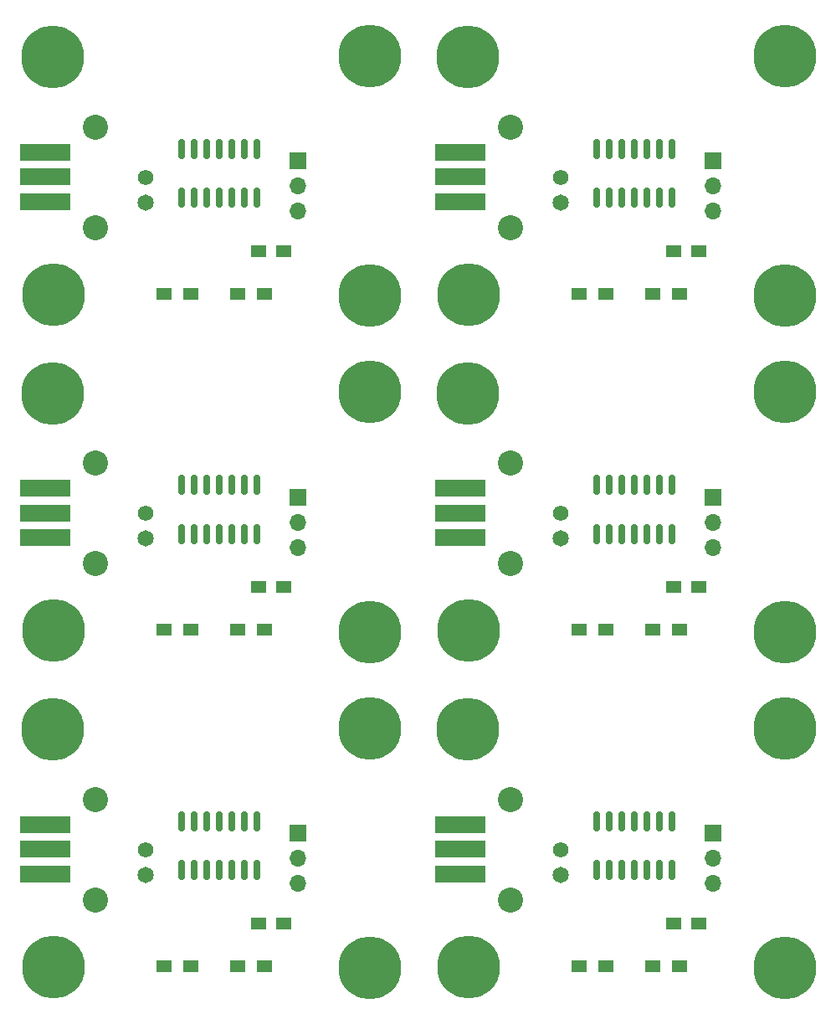
<source format=gts>
%MOIN*%
%OFA0B0*%
%FSLAX46Y46*%
%IPPOS*%
%LPD*%
%AMRoundRect*
4,1,4,
0.07874015748031496,0.11811023622047245,
0.15748031496062992,0.19685039370078741,
0.23622047244094491,0.27559055118110237,
0.31496062992125984,0.35433070866141736,
0.07874015748031496,0.11811023622047245,
0*
1,1,$1,$2,$3*
1,1,$1,$2,$3*
1,1,$1,$2,$3*
1,1,$1,$2,$3*
20,1,$1,$2,$3,$4,$5,0*
20,1,$1,$2,$3,$4,$5,0*
20,1,$1,$2,$3,$4,$5,0*
20,1,$1,$2,$3,$4,$5,0*%
%AMCOMP2*
4,1,3,
-0.005905511811023622,0.032480314960629919,
-0.005905511811023622,-0.032480314960629919,
0.005905511811023622,-0.032480314960629919,
0.005905511811023622,0.032480314960629919,
0*
4,1,19,
-0.005905511811023622,0.038385826771653545,
-0.00408060830093535,0.038096790450561926,
-0.0024343390612649222,0.037257974376230005,
-0.0011278523954235389,0.03595148771038862,
-0.00028903632109161348,0.034305218470718192,
0,0.032480314960629919,
-0.00028903632109161234,0.03065541145054165,
-0.0011278523954235389,0.029009142210871225,
-0.0024343390612649217,0.02770265554502984,
-0.00408060830093535,0.026863839470697915,
-0.0059055118110236211,0.026574803149606297,
-0.0077304153211118958,0.026863839470697915,
-0.0093766845607823213,0.027702655545029837,
-0.010683171226623704,0.029009142210871218,
-0.011521987300955629,0.03065541145054165,
-0.011811023622047244,0.032480314960629919,
-0.011521987300955631,0.034305218470718192,
-0.010683171226623706,0.03595148771038862,
-0.0093766845607823231,0.037257974376230005,
-0.0077304153211118958,0.038096790450561926,
0*
4,1,19,
-0.005905511811023622,-0.026574803149606297,
-0.00408060830093535,-0.026863839470697915,
-0.0024343390612649222,-0.027702655545029837,
-0.0011278523954235389,-0.029009142210871225,
-0.00028903632109161348,-0.03065541145054165,
0,-0.032480314960629919,
-0.00028903632109161234,-0.034305218470718192,
-0.0011278523954235389,-0.03595148771038862,
-0.0024343390612649217,-0.037257974376230005,
-0.00408060830093535,-0.038096790450561926,
-0.0059055118110236211,-0.038385826771653545,
-0.0077304153211118958,-0.038096790450561926,
-0.0093766845607823213,-0.037257974376230005,
-0.010683171226623704,-0.03595148771038862,
-0.011521987300955629,-0.034305218470718192,
-0.011811023622047244,-0.032480314960629919,
-0.011521987300955631,-0.03065541145054165,
-0.010683171226623706,-0.029009142210871225,
-0.0093766845607823231,-0.02770265554502984,
-0.0077304153211118958,-0.026863839470697915,
0*
4,1,19,
0.005905511811023622,-0.026574803149606297,
0.0077304153211118949,-0.026863839470697915,
0.0093766845607823213,-0.027702655545029837,
0.010683171226623704,-0.029009142210871225,
0.011521987300955629,-0.03065541145054165,
0.011811023622047244,-0.032480314960629919,
0.011521987300955631,-0.034305218470718192,
0.010683171226623704,-0.03595148771038862,
0.0093766845607823231,-0.037257974376230005,
0.0077304153211118949,-0.038096790450561926,
0.0059055118110236228,-0.038385826771653545,
0.0040806083009353481,-0.038096790450561926,
0.002434339061264923,-0.037257974376230005,
0.0011278523954235395,-0.03595148771038862,
0.00028903632109161348,-0.034305218470718192,
0,-0.032480314960629919,
0.00028903632109161234,-0.03065541145054165,
0.0011278523954235378,-0.029009142210871225,
0.0024343390612649213,-0.02770265554502984,
0.0040806083009353481,-0.026863839470697915,
0*
4,1,19,
0.005905511811023622,0.038385826771653545,
0.0077304153211118949,0.038096790450561926,
0.0093766845607823213,0.037257974376230005,
0.010683171226623704,0.03595148771038862,
0.011521987300955629,0.034305218470718192,
0.011811023622047244,0.032480314960629919,
0.011521987300955631,0.03065541145054165,
0.010683171226623704,0.029009142210871225,
0.0093766845607823231,0.02770265554502984,
0.0077304153211118949,0.026863839470697915,
0.0059055118110236228,0.026574803149606297,
0.0040806083009353481,0.026863839470697915,
0.002434339061264923,0.027702655545029837,
0.0011278523954235395,0.029009142210871218,
0.00028903632109161348,0.03065541145054165,
0,0.032480314960629919,
0.00028903632109161234,0.034305218470718192,
0.0011278523954235378,0.03595148771038862,
0.0024343390612649213,0.037257974376230005,
0.0040806083009353481,0.038096790450561926,
0*
4,1,3,
-0.011811023622047244,0.032480314960629919,
0,0.032480314960629919,
0,-0.032480314960629919,
-0.011811023622047244,-0.032480314960629919,
0*
4,1,3,
-0.005905511811023622,-0.038385826771653545,
-0.005905511811023622,-0.026574803149606297,
0.005905511811023622,-0.026574803149606297,
0.005905511811023622,-0.038385826771653545,
0*
4,1,3,
0.011811023622047244,-0.032480314960629919,
0,-0.032480314960629919,
0,0.032480314960629919,
0.011811023622047244,0.032480314960629919,
0*
4,1,3,
0.005905511811023622,0.038385826771653545,
0.005905511811023622,0.026574803149606297,
-0.005905511811023622,0.026574803149606297,
-0.005905511811023622,0.038385826771653545,
0*%
%AMRoundRect0*
4,1,4,
0.07874015748031496,0.11811023622047245,
0.15748031496062992,0.19685039370078741,
0.23622047244094491,0.27559055118110237,
0.31496062992125984,0.35433070866141736,
0.07874015748031496,0.11811023622047245,
0*
1,1,$1,$2,$3*
1,1,$1,$2,$3*
1,1,$1,$2,$3*
1,1,$1,$2,$3*
20,1,$1,$2,$3,$4,$5,0*
20,1,$1,$2,$3,$4,$5,0*
20,1,$1,$2,$3,$4,$5,0*
20,1,$1,$2,$3,$4,$5,0*%
%AMCOMP40*
4,1,3,
-0.005905511811023622,0.032480314960629919,
-0.005905511811023622,-0.032480314960629919,
0.005905511811023622,-0.032480314960629919,
0.005905511811023622,0.032480314960629919,
0*
4,1,19,
-0.005905511811023622,0.038385826771653545,
-0.00408060830093535,0.038096790450561926,
-0.0024343390612649222,0.037257974376230005,
-0.0011278523954235389,0.03595148771038862,
-0.00028903632109161348,0.034305218470718192,
0,0.032480314960629919,
-0.00028903632109161234,0.03065541145054165,
-0.0011278523954235389,0.029009142210871225,
-0.0024343390612649217,0.02770265554502984,
-0.00408060830093535,0.026863839470697915,
-0.0059055118110236211,0.026574803149606297,
-0.0077304153211118958,0.026863839470697915,
-0.0093766845607823213,0.027702655545029837,
-0.010683171226623704,0.029009142210871218,
-0.011521987300955629,0.03065541145054165,
-0.011811023622047244,0.032480314960629919,
-0.011521987300955631,0.034305218470718192,
-0.010683171226623706,0.03595148771038862,
-0.0093766845607823231,0.037257974376230005,
-0.0077304153211118958,0.038096790450561926,
0*
4,1,19,
-0.005905511811023622,-0.026574803149606297,
-0.00408060830093535,-0.026863839470697915,
-0.0024343390612649222,-0.027702655545029837,
-0.0011278523954235389,-0.029009142210871225,
-0.00028903632109161348,-0.03065541145054165,
0,-0.032480314960629919,
-0.00028903632109161234,-0.034305218470718192,
-0.0011278523954235389,-0.03595148771038862,
-0.0024343390612649217,-0.037257974376230005,
-0.00408060830093535,-0.038096790450561926,
-0.0059055118110236211,-0.038385826771653545,
-0.0077304153211118958,-0.038096790450561926,
-0.0093766845607823213,-0.037257974376230005,
-0.010683171226623704,-0.03595148771038862,
-0.011521987300955629,-0.034305218470718192,
-0.011811023622047244,-0.032480314960629919,
-0.011521987300955631,-0.03065541145054165,
-0.010683171226623706,-0.029009142210871225,
-0.0093766845607823231,-0.02770265554502984,
-0.0077304153211118958,-0.026863839470697915,
0*
4,1,19,
0.005905511811023622,-0.026574803149606297,
0.0077304153211118949,-0.026863839470697915,
0.0093766845607823213,-0.027702655545029837,
0.010683171226623704,-0.029009142210871225,
0.011521987300955629,-0.03065541145054165,
0.011811023622047244,-0.032480314960629919,
0.011521987300955631,-0.034305218470718192,
0.010683171226623704,-0.03595148771038862,
0.0093766845607823231,-0.037257974376230005,
0.0077304153211118949,-0.038096790450561926,
0.0059055118110236228,-0.038385826771653545,
0.0040806083009353481,-0.038096790450561926,
0.002434339061264923,-0.037257974376230005,
0.0011278523954235395,-0.03595148771038862,
0.00028903632109161348,-0.034305218470718192,
0,-0.032480314960629919,
0.00028903632109161234,-0.03065541145054165,
0.0011278523954235378,-0.029009142210871225,
0.0024343390612649213,-0.02770265554502984,
0.0040806083009353481,-0.026863839470697915,
0*
4,1,19,
0.005905511811023622,0.038385826771653545,
0.0077304153211118949,0.038096790450561926,
0.0093766845607823213,0.037257974376230005,
0.010683171226623704,0.03595148771038862,
0.011521987300955629,0.034305218470718192,
0.011811023622047244,0.032480314960629919,
0.011521987300955631,0.03065541145054165,
0.010683171226623704,0.029009142210871225,
0.0093766845607823231,0.02770265554502984,
0.0077304153211118949,0.026863839470697915,
0.0059055118110236228,0.026574803149606297,
0.0040806083009353481,0.026863839470697915,
0.002434339061264923,0.027702655545029837,
0.0011278523954235395,0.029009142210871218,
0.00028903632109161348,0.03065541145054165,
0,0.032480314960629919,
0.00028903632109161234,0.034305218470718192,
0.0011278523954235378,0.03595148771038862,
0.0024343390612649213,0.037257974376230005,
0.0040806083009353481,0.038096790450561926,
0*
4,1,3,
-0.011811023622047244,0.032480314960629919,
0,0.032480314960629919,
0,-0.032480314960629919,
-0.011811023622047244,-0.032480314960629919,
0*
4,1,3,
-0.005905511811023622,-0.038385826771653545,
-0.005905511811023622,-0.026574803149606297,
0.005905511811023622,-0.026574803149606297,
0.005905511811023622,-0.038385826771653545,
0*
4,1,3,
0.011811023622047244,-0.032480314960629919,
0,-0.032480314960629919,
0,0.032480314960629919,
0.011811023622047244,0.032480314960629919,
0*
4,1,3,
0.005905511811023622,0.038385826771653545,
0.005905511811023622,0.026574803149606297,
-0.005905511811023622,0.026574803149606297,
-0.005905511811023622,0.038385826771653545,
0*%
%AMRoundRect1*
4,1,4,
0.07874015748031496,0.11811023622047245,
0.15748031496062992,0.19685039370078741,
0.23622047244094491,0.27559055118110237,
0.31496062992125984,0.35433070866141736,
0.07874015748031496,0.11811023622047245,
0*
1,1,$1,$2,$3*
1,1,$1,$2,$3*
1,1,$1,$2,$3*
1,1,$1,$2,$3*
20,1,$1,$2,$3,$4,$5,0*
20,1,$1,$2,$3,$4,$5,0*
20,1,$1,$2,$3,$4,$5,0*
20,1,$1,$2,$3,$4,$5,0*%
%AMCOMP60*
4,1,3,
-0.005905511811023622,0.032480314960629919,
-0.005905511811023622,-0.032480314960629919,
0.005905511811023622,-0.032480314960629919,
0.005905511811023622,0.032480314960629919,
0*
4,1,19,
-0.005905511811023622,0.038385826771653545,
-0.00408060830093535,0.038096790450561926,
-0.0024343390612649222,0.037257974376230005,
-0.0011278523954235389,0.03595148771038862,
-0.00028903632109161348,0.034305218470718192,
0,0.032480314960629919,
-0.00028903632109161234,0.03065541145054165,
-0.0011278523954235389,0.029009142210871225,
-0.0024343390612649217,0.02770265554502984,
-0.00408060830093535,0.026863839470697915,
-0.0059055118110236211,0.026574803149606297,
-0.0077304153211118958,0.026863839470697915,
-0.0093766845607823213,0.027702655545029837,
-0.010683171226623704,0.029009142210871218,
-0.011521987300955629,0.03065541145054165,
-0.011811023622047244,0.032480314960629919,
-0.011521987300955631,0.034305218470718192,
-0.010683171226623706,0.03595148771038862,
-0.0093766845607823231,0.037257974376230005,
-0.0077304153211118958,0.038096790450561926,
0*
4,1,19,
-0.005905511811023622,-0.026574803149606297,
-0.00408060830093535,-0.026863839470697915,
-0.0024343390612649222,-0.027702655545029837,
-0.0011278523954235389,-0.029009142210871225,
-0.00028903632109161348,-0.03065541145054165,
0,-0.032480314960629919,
-0.00028903632109161234,-0.034305218470718192,
-0.0011278523954235389,-0.03595148771038862,
-0.0024343390612649217,-0.037257974376230005,
-0.00408060830093535,-0.038096790450561926,
-0.0059055118110236211,-0.038385826771653545,
-0.0077304153211118958,-0.038096790450561926,
-0.0093766845607823213,-0.037257974376230005,
-0.010683171226623704,-0.03595148771038862,
-0.011521987300955629,-0.034305218470718192,
-0.011811023622047244,-0.032480314960629919,
-0.011521987300955631,-0.03065541145054165,
-0.010683171226623706,-0.029009142210871225,
-0.0093766845607823231,-0.02770265554502984,
-0.0077304153211118958,-0.026863839470697915,
0*
4,1,19,
0.005905511811023622,-0.026574803149606297,
0.0077304153211118949,-0.026863839470697915,
0.0093766845607823213,-0.027702655545029837,
0.010683171226623704,-0.029009142210871225,
0.011521987300955629,-0.03065541145054165,
0.011811023622047244,-0.032480314960629919,
0.011521987300955631,-0.034305218470718192,
0.010683171226623704,-0.03595148771038862,
0.0093766845607823231,-0.037257974376230005,
0.0077304153211118949,-0.038096790450561926,
0.0059055118110236228,-0.038385826771653545,
0.0040806083009353481,-0.038096790450561926,
0.002434339061264923,-0.037257974376230005,
0.0011278523954235395,-0.03595148771038862,
0.00028903632109161348,-0.034305218470718192,
0,-0.032480314960629919,
0.00028903632109161234,-0.03065541145054165,
0.0011278523954235378,-0.029009142210871225,
0.0024343390612649213,-0.02770265554502984,
0.0040806083009353481,-0.026863839470697915,
0*
4,1,19,
0.005905511811023622,0.038385826771653545,
0.0077304153211118949,0.038096790450561926,
0.0093766845607823213,0.037257974376230005,
0.010683171226623704,0.03595148771038862,
0.011521987300955629,0.034305218470718192,
0.011811023622047244,0.032480314960629919,
0.011521987300955631,0.03065541145054165,
0.010683171226623704,0.029009142210871225,
0.0093766845607823231,0.02770265554502984,
0.0077304153211118949,0.026863839470697915,
0.0059055118110236228,0.026574803149606297,
0.0040806083009353481,0.026863839470697915,
0.002434339061264923,0.027702655545029837,
0.0011278523954235395,0.029009142210871218,
0.00028903632109161348,0.03065541145054165,
0,0.032480314960629919,
0.00028903632109161234,0.034305218470718192,
0.0011278523954235378,0.03595148771038862,
0.0024343390612649213,0.037257974376230005,
0.0040806083009353481,0.038096790450561926,
0*
4,1,3,
-0.011811023622047244,0.032480314960629919,
0,0.032480314960629919,
0,-0.032480314960629919,
-0.011811023622047244,-0.032480314960629919,
0*
4,1,3,
-0.005905511811023622,-0.038385826771653545,
-0.005905511811023622,-0.026574803149606297,
0.005905511811023622,-0.026574803149606297,
0.005905511811023622,-0.038385826771653545,
0*
4,1,3,
0.011811023622047244,-0.032480314960629919,
0,-0.032480314960629919,
0,0.032480314960629919,
0.011811023622047244,0.032480314960629919,
0*
4,1,3,
0.005905511811023622,0.038385826771653545,
0.005905511811023622,0.026574803149606297,
-0.005905511811023622,0.026574803149606297,
-0.005905511811023622,0.038385826771653545,
0*%
%AMRoundRect0*
4,1,4,
0.07874015748031496,0.11811023622047245,
0.15748031496062992,0.19685039370078741,
0.23622047244094491,0.27559055118110237,
0.31496062992125984,0.35433070866141736,
0.07874015748031496,0.11811023622047245,
0*
1,1,$1,$2,$3*
1,1,$1,$2,$3*
1,1,$1,$2,$3*
1,1,$1,$2,$3*
20,1,$1,$2,$3,$4,$5,0*
20,1,$1,$2,$3,$4,$5,0*
20,1,$1,$2,$3,$4,$5,0*
20,1,$1,$2,$3,$4,$5,0*%
%AMCOMP80*
4,1,3,
-0.005905511811023622,0.032480314960629919,
-0.005905511811023622,-0.032480314960629919,
0.005905511811023622,-0.032480314960629919,
0.005905511811023622,0.032480314960629919,
0*
4,1,19,
-0.005905511811023622,0.038385826771653545,
-0.00408060830093535,0.038096790450561926,
-0.0024343390612649222,0.037257974376230005,
-0.0011278523954235389,0.03595148771038862,
-0.00028903632109161348,0.034305218470718192,
0,0.032480314960629919,
-0.00028903632109161234,0.03065541145054165,
-0.0011278523954235389,0.029009142210871225,
-0.0024343390612649217,0.02770265554502984,
-0.00408060830093535,0.026863839470697915,
-0.0059055118110236211,0.026574803149606297,
-0.0077304153211118958,0.026863839470697915,
-0.0093766845607823213,0.027702655545029837,
-0.010683171226623704,0.029009142210871218,
-0.011521987300955629,0.03065541145054165,
-0.011811023622047244,0.032480314960629919,
-0.011521987300955631,0.034305218470718192,
-0.010683171226623706,0.03595148771038862,
-0.0093766845607823231,0.037257974376230005,
-0.0077304153211118958,0.038096790450561926,
0*
4,1,19,
-0.005905511811023622,-0.026574803149606297,
-0.00408060830093535,-0.026863839470697915,
-0.0024343390612649222,-0.027702655545029837,
-0.0011278523954235389,-0.029009142210871225,
-0.00028903632109161348,-0.03065541145054165,
0,-0.032480314960629919,
-0.00028903632109161234,-0.034305218470718192,
-0.0011278523954235389,-0.03595148771038862,
-0.0024343390612649217,-0.037257974376230005,
-0.00408060830093535,-0.038096790450561926,
-0.0059055118110236211,-0.038385826771653545,
-0.0077304153211118958,-0.038096790450561926,
-0.0093766845607823213,-0.037257974376230005,
-0.010683171226623704,-0.03595148771038862,
-0.011521987300955629,-0.034305218470718192,
-0.011811023622047244,-0.032480314960629919,
-0.011521987300955631,-0.03065541145054165,
-0.010683171226623706,-0.029009142210871225,
-0.0093766845607823231,-0.02770265554502984,
-0.0077304153211118958,-0.026863839470697915,
0*
4,1,19,
0.005905511811023622,-0.026574803149606297,
0.0077304153211118949,-0.026863839470697915,
0.0093766845607823213,-0.027702655545029837,
0.010683171226623704,-0.029009142210871225,
0.011521987300955629,-0.03065541145054165,
0.011811023622047244,-0.032480314960629919,
0.011521987300955631,-0.034305218470718192,
0.010683171226623704,-0.03595148771038862,
0.0093766845607823231,-0.037257974376230005,
0.0077304153211118949,-0.038096790450561926,
0.0059055118110236228,-0.038385826771653545,
0.0040806083009353481,-0.038096790450561926,
0.002434339061264923,-0.037257974376230005,
0.0011278523954235395,-0.03595148771038862,
0.00028903632109161348,-0.034305218470718192,
0,-0.032480314960629919,
0.00028903632109161234,-0.03065541145054165,
0.0011278523954235378,-0.029009142210871225,
0.0024343390612649213,-0.02770265554502984,
0.0040806083009353481,-0.026863839470697915,
0*
4,1,19,
0.005905511811023622,0.038385826771653545,
0.0077304153211118949,0.038096790450561926,
0.0093766845607823213,0.037257974376230005,
0.010683171226623704,0.03595148771038862,
0.011521987300955629,0.034305218470718192,
0.011811023622047244,0.032480314960629919,
0.011521987300955631,0.03065541145054165,
0.010683171226623704,0.029009142210871225,
0.0093766845607823231,0.02770265554502984,
0.0077304153211118949,0.026863839470697915,
0.0059055118110236228,0.026574803149606297,
0.0040806083009353481,0.026863839470697915,
0.002434339061264923,0.027702655545029837,
0.0011278523954235395,0.029009142210871218,
0.00028903632109161348,0.03065541145054165,
0,0.032480314960629919,
0.00028903632109161234,0.034305218470718192,
0.0011278523954235378,0.03595148771038862,
0.0024343390612649213,0.037257974376230005,
0.0040806083009353481,0.038096790450561926,
0*
4,1,3,
-0.011811023622047244,0.032480314960629919,
0,0.032480314960629919,
0,-0.032480314960629919,
-0.011811023622047244,-0.032480314960629919,
0*
4,1,3,
-0.005905511811023622,-0.038385826771653545,
-0.005905511811023622,-0.026574803149606297,
0.005905511811023622,-0.026574803149606297,
0.005905511811023622,-0.038385826771653545,
0*
4,1,3,
0.011811023622047244,-0.032480314960629919,
0,-0.032480314960629919,
0,0.032480314960629919,
0.011811023622047244,0.032480314960629919,
0*
4,1,3,
0.005905511811023622,0.038385826771653545,
0.005905511811023622,0.026574803149606297,
-0.005905511811023622,0.026574803149606297,
-0.005905511811023622,0.038385826771653545,
0*%
%AMRoundRect1*
4,1,4,
0.07874015748031496,0.11811023622047245,
0.15748031496062992,0.19685039370078741,
0.23622047244094491,0.27559055118110237,
0.31496062992125984,0.35433070866141736,
0.07874015748031496,0.11811023622047245,
0*
1,1,$1,$2,$3*
1,1,$1,$2,$3*
1,1,$1,$2,$3*
1,1,$1,$2,$3*
20,1,$1,$2,$3,$4,$5,0*
20,1,$1,$2,$3,$4,$5,0*
20,1,$1,$2,$3,$4,$5,0*
20,1,$1,$2,$3,$4,$5,0*%
%AMCOMP100*
4,1,3,
-0.005905511811023622,0.032480314960629919,
-0.005905511811023622,-0.032480314960629919,
0.005905511811023622,-0.032480314960629919,
0.005905511811023622,0.032480314960629919,
0*
4,1,19,
-0.005905511811023622,0.038385826771653545,
-0.00408060830093535,0.038096790450561926,
-0.0024343390612649222,0.037257974376230005,
-0.0011278523954235389,0.03595148771038862,
-0.00028903632109161348,0.034305218470718192,
0,0.032480314960629919,
-0.00028903632109161234,0.03065541145054165,
-0.0011278523954235389,0.029009142210871225,
-0.0024343390612649217,0.02770265554502984,
-0.00408060830093535,0.026863839470697915,
-0.0059055118110236211,0.026574803149606297,
-0.0077304153211118958,0.026863839470697915,
-0.0093766845607823213,0.027702655545029837,
-0.010683171226623704,0.029009142210871218,
-0.011521987300955629,0.03065541145054165,
-0.011811023622047244,0.032480314960629919,
-0.011521987300955631,0.034305218470718192,
-0.010683171226623706,0.03595148771038862,
-0.0093766845607823231,0.037257974376230005,
-0.0077304153211118958,0.038096790450561926,
0*
4,1,19,
-0.005905511811023622,-0.026574803149606297,
-0.00408060830093535,-0.026863839470697915,
-0.0024343390612649222,-0.027702655545029837,
-0.0011278523954235389,-0.029009142210871225,
-0.00028903632109161348,-0.03065541145054165,
0,-0.032480314960629919,
-0.00028903632109161234,-0.034305218470718192,
-0.0011278523954235389,-0.03595148771038862,
-0.0024343390612649217,-0.037257974376230005,
-0.00408060830093535,-0.038096790450561926,
-0.0059055118110236211,-0.038385826771653545,
-0.0077304153211118958,-0.038096790450561926,
-0.0093766845607823213,-0.037257974376230005,
-0.010683171226623704,-0.03595148771038862,
-0.011521987300955629,-0.034305218470718192,
-0.011811023622047244,-0.032480314960629919,
-0.011521987300955631,-0.03065541145054165,
-0.010683171226623706,-0.029009142210871225,
-0.0093766845607823231,-0.02770265554502984,
-0.0077304153211118958,-0.026863839470697915,
0*
4,1,19,
0.005905511811023622,-0.026574803149606297,
0.0077304153211118949,-0.026863839470697915,
0.0093766845607823213,-0.027702655545029837,
0.010683171226623704,-0.029009142210871225,
0.011521987300955629,-0.03065541145054165,
0.011811023622047244,-0.032480314960629919,
0.011521987300955631,-0.034305218470718192,
0.010683171226623704,-0.03595148771038862,
0.0093766845607823231,-0.037257974376230005,
0.0077304153211118949,-0.038096790450561926,
0.0059055118110236228,-0.038385826771653545,
0.0040806083009353481,-0.038096790450561926,
0.002434339061264923,-0.037257974376230005,
0.0011278523954235395,-0.03595148771038862,
0.00028903632109161348,-0.034305218470718192,
0,-0.032480314960629919,
0.00028903632109161234,-0.03065541145054165,
0.0011278523954235378,-0.029009142210871225,
0.0024343390612649213,-0.02770265554502984,
0.0040806083009353481,-0.026863839470697915,
0*
4,1,19,
0.005905511811023622,0.038385826771653545,
0.0077304153211118949,0.038096790450561926,
0.0093766845607823213,0.037257974376230005,
0.010683171226623704,0.03595148771038862,
0.011521987300955629,0.034305218470718192,
0.011811023622047244,0.032480314960629919,
0.011521987300955631,0.03065541145054165,
0.010683171226623704,0.029009142210871225,
0.0093766845607823231,0.02770265554502984,
0.0077304153211118949,0.026863839470697915,
0.0059055118110236228,0.026574803149606297,
0.0040806083009353481,0.026863839470697915,
0.002434339061264923,0.027702655545029837,
0.0011278523954235395,0.029009142210871218,
0.00028903632109161348,0.03065541145054165,
0,0.032480314960629919,
0.00028903632109161234,0.034305218470718192,
0.0011278523954235378,0.03595148771038862,
0.0024343390612649213,0.037257974376230005,
0.0040806083009353481,0.038096790450561926,
0*
4,1,3,
-0.011811023622047244,0.032480314960629919,
0,0.032480314960629919,
0,-0.032480314960629919,
-0.011811023622047244,-0.032480314960629919,
0*
4,1,3,
-0.005905511811023622,-0.038385826771653545,
-0.005905511811023622,-0.026574803149606297,
0.005905511811023622,-0.026574803149606297,
0.005905511811023622,-0.038385826771653545,
0*
4,1,3,
0.011811023622047244,-0.032480314960629919,
0,-0.032480314960629919,
0,0.032480314960629919,
0.011811023622047244,0.032480314960629919,
0*
4,1,3,
0.005905511811023622,0.038385826771653545,
0.005905511811023622,0.026574803149606297,
-0.005905511811023622,0.026574803149606297,
-0.005905511811023622,0.038385826771653545,
0*%
%AMRoundRect0*
4,1,4,
0.07874015748031496,0.11811023622047245,
0.15748031496062992,0.19685039370078741,
0.23622047244094491,0.27559055118110237,
0.31496062992125984,0.35433070866141736,
0.07874015748031496,0.11811023622047245,
0*
1,1,$1,$2,$3*
1,1,$1,$2,$3*
1,1,$1,$2,$3*
1,1,$1,$2,$3*
20,1,$1,$2,$3,$4,$5,0*
20,1,$1,$2,$3,$4,$5,0*
20,1,$1,$2,$3,$4,$5,0*
20,1,$1,$2,$3,$4,$5,0*%
%AMCOMP120*
4,1,3,
-0.005905511811023622,0.032480314960629919,
-0.005905511811023622,-0.032480314960629919,
0.005905511811023622,-0.032480314960629919,
0.005905511811023622,0.032480314960629919,
0*
4,1,19,
-0.005905511811023622,0.038385826771653545,
-0.00408060830093535,0.038096790450561926,
-0.0024343390612649222,0.037257974376230005,
-0.0011278523954235389,0.03595148771038862,
-0.00028903632109161348,0.034305218470718192,
0,0.032480314960629919,
-0.00028903632109161234,0.03065541145054165,
-0.0011278523954235389,0.029009142210871225,
-0.0024343390612649217,0.02770265554502984,
-0.00408060830093535,0.026863839470697915,
-0.0059055118110236211,0.026574803149606297,
-0.0077304153211118958,0.026863839470697915,
-0.0093766845607823213,0.027702655545029837,
-0.010683171226623704,0.029009142210871218,
-0.011521987300955629,0.03065541145054165,
-0.011811023622047244,0.032480314960629919,
-0.011521987300955631,0.034305218470718192,
-0.010683171226623706,0.03595148771038862,
-0.0093766845607823231,0.037257974376230005,
-0.0077304153211118958,0.038096790450561926,
0*
4,1,19,
-0.005905511811023622,-0.026574803149606297,
-0.00408060830093535,-0.026863839470697915,
-0.0024343390612649222,-0.027702655545029837,
-0.0011278523954235389,-0.029009142210871225,
-0.00028903632109161348,-0.03065541145054165,
0,-0.032480314960629919,
-0.00028903632109161234,-0.034305218470718192,
-0.0011278523954235389,-0.03595148771038862,
-0.0024343390612649217,-0.037257974376230005,
-0.00408060830093535,-0.038096790450561926,
-0.0059055118110236211,-0.038385826771653545,
-0.0077304153211118958,-0.038096790450561926,
-0.0093766845607823213,-0.037257974376230005,
-0.010683171226623704,-0.03595148771038862,
-0.011521987300955629,-0.034305218470718192,
-0.011811023622047244,-0.032480314960629919,
-0.011521987300955631,-0.03065541145054165,
-0.010683171226623706,-0.029009142210871225,
-0.0093766845607823231,-0.02770265554502984,
-0.0077304153211118958,-0.026863839470697915,
0*
4,1,19,
0.005905511811023622,-0.026574803149606297,
0.0077304153211118949,-0.026863839470697915,
0.0093766845607823213,-0.027702655545029837,
0.010683171226623704,-0.029009142210871225,
0.011521987300955629,-0.03065541145054165,
0.011811023622047244,-0.032480314960629919,
0.011521987300955631,-0.034305218470718192,
0.010683171226623704,-0.03595148771038862,
0.0093766845607823231,-0.037257974376230005,
0.0077304153211118949,-0.038096790450561926,
0.0059055118110236228,-0.038385826771653545,
0.0040806083009353481,-0.038096790450561926,
0.002434339061264923,-0.037257974376230005,
0.0011278523954235395,-0.03595148771038862,
0.00028903632109161348,-0.034305218470718192,
0,-0.032480314960629919,
0.00028903632109161234,-0.03065541145054165,
0.0011278523954235378,-0.029009142210871225,
0.0024343390612649213,-0.02770265554502984,
0.0040806083009353481,-0.026863839470697915,
0*
4,1,19,
0.005905511811023622,0.038385826771653545,
0.0077304153211118949,0.038096790450561926,
0.0093766845607823213,0.037257974376230005,
0.010683171226623704,0.03595148771038862,
0.011521987300955629,0.034305218470718192,
0.011811023622047244,0.032480314960629919,
0.011521987300955631,0.03065541145054165,
0.010683171226623704,0.029009142210871225,
0.0093766845607823231,0.02770265554502984,
0.0077304153211118949,0.026863839470697915,
0.0059055118110236228,0.026574803149606297,
0.0040806083009353481,0.026863839470697915,
0.002434339061264923,0.027702655545029837,
0.0011278523954235395,0.029009142210871218,
0.00028903632109161348,0.03065541145054165,
0,0.032480314960629919,
0.00028903632109161234,0.034305218470718192,
0.0011278523954235378,0.03595148771038862,
0.0024343390612649213,0.037257974376230005,
0.0040806083009353481,0.038096790450561926,
0*
4,1,3,
-0.011811023622047244,0.032480314960629919,
0,0.032480314960629919,
0,-0.032480314960629919,
-0.011811023622047244,-0.032480314960629919,
0*
4,1,3,
-0.005905511811023622,-0.038385826771653545,
-0.005905511811023622,-0.026574803149606297,
0.005905511811023622,-0.026574803149606297,
0.005905511811023622,-0.038385826771653545,
0*
4,1,3,
0.011811023622047244,-0.032480314960629919,
0,-0.032480314960629919,
0,0.032480314960629919,
0.011811023622047244,0.032480314960629919,
0*
4,1,3,
0.005905511811023622,0.038385826771653545,
0.005905511811023622,0.026574803149606297,
-0.005905511811023622,0.026574803149606297,
-0.005905511811023622,0.038385826771653545,
0*%
%AMCOMP13*
4,1,3,
-0.005905511811023622,0.032480314960629919,
-0.005905511811023622,-0.032480314960629919,
0.005905511811023622,-0.032480314960629919,
0.005905511811023622,0.032480314960629919,
0*
4,1,19,
-0.005905511811023622,0.038385826771653545,
-0.00408060830093535,0.038096790450561926,
-0.0024343390612649222,0.037257974376230005,
-0.0011278523954235389,0.03595148771038862,
-0.00028903632109161348,0.034305218470718192,
0,0.032480314960629919,
-0.00028903632109161234,0.03065541145054165,
-0.0011278523954235389,0.029009142210871225,
-0.0024343390612649217,0.02770265554502984,
-0.00408060830093535,0.026863839470697915,
-0.0059055118110236211,0.026574803149606297,
-0.0077304153211118958,0.026863839470697915,
-0.0093766845607823213,0.027702655545029837,
-0.010683171226623704,0.029009142210871218,
-0.011521987300955629,0.03065541145054165,
-0.011811023622047244,0.032480314960629919,
-0.011521987300955631,0.034305218470718192,
-0.010683171226623706,0.03595148771038862,
-0.0093766845607823231,0.037257974376230005,
-0.0077304153211118958,0.038096790450561926,
0*
4,1,19,
-0.005905511811023622,-0.026574803149606297,
-0.00408060830093535,-0.026863839470697915,
-0.0024343390612649222,-0.027702655545029837,
-0.0011278523954235389,-0.029009142210871225,
-0.00028903632109161348,-0.03065541145054165,
0,-0.032480314960629919,
-0.00028903632109161234,-0.034305218470718192,
-0.0011278523954235389,-0.03595148771038862,
-0.0024343390612649217,-0.037257974376230005,
-0.00408060830093535,-0.038096790450561926,
-0.0059055118110236211,-0.038385826771653545,
-0.0077304153211118958,-0.038096790450561926,
-0.0093766845607823213,-0.037257974376230005,
-0.010683171226623704,-0.03595148771038862,
-0.011521987300955629,-0.034305218470718192,
-0.011811023622047244,-0.032480314960629919,
-0.011521987300955631,-0.03065541145054165,
-0.010683171226623706,-0.029009142210871225,
-0.0093766845607823231,-0.02770265554502984,
-0.0077304153211118958,-0.026863839470697915,
0*
4,1,19,
0.005905511811023622,-0.026574803149606297,
0.0077304153211118949,-0.026863839470697915,
0.0093766845607823213,-0.027702655545029837,
0.010683171226623704,-0.029009142210871225,
0.011521987300955629,-0.03065541145054165,
0.011811023622047244,-0.032480314960629919,
0.011521987300955631,-0.034305218470718192,
0.010683171226623704,-0.03595148771038862,
0.0093766845607823231,-0.037257974376230005,
0.0077304153211118949,-0.038096790450561926,
0.0059055118110236228,-0.038385826771653545,
0.0040806083009353481,-0.038096790450561926,
0.002434339061264923,-0.037257974376230005,
0.0011278523954235395,-0.03595148771038862,
0.00028903632109161348,-0.034305218470718192,
0,-0.032480314960629919,
0.00028903632109161234,-0.03065541145054165,
0.0011278523954235378,-0.029009142210871225,
0.0024343390612649213,-0.02770265554502984,
0.0040806083009353481,-0.026863839470697915,
0*
4,1,19,
0.005905511811023622,0.038385826771653545,
0.0077304153211118949,0.038096790450561926,
0.0093766845607823213,0.037257974376230005,
0.010683171226623704,0.03595148771038862,
0.011521987300955629,0.034305218470718192,
0.011811023622047244,0.032480314960629919,
0.011521987300955631,0.03065541145054165,
0.010683171226623704,0.029009142210871225,
0.0093766845607823231,0.02770265554502984,
0.0077304153211118949,0.026863839470697915,
0.0059055118110236228,0.026574803149606297,
0.0040806083009353481,0.026863839470697915,
0.002434339061264923,0.027702655545029837,
0.0011278523954235395,0.029009142210871218,
0.00028903632109161348,0.03065541145054165,
0,0.032480314960629919,
0.00028903632109161234,0.034305218470718192,
0.0011278523954235378,0.03595148771038862,
0.0024343390612649213,0.037257974376230005,
0.0040806083009353481,0.038096790450561926,
0*
4,1,3,
-0.011811023622047244,0.032480314960629919,
0,0.032480314960629919,
0,-0.032480314960629919,
-0.011811023622047244,-0.032480314960629919,
0*
4,1,3,
-0.005905511811023622,-0.038385826771653545,
-0.005905511811023622,-0.026574803149606297,
0.005905511811023622,-0.026574803149606297,
0.005905511811023622,-0.038385826771653545,
0*
4,1,3,
0.011811023622047244,-0.032480314960629919,
0,-0.032480314960629919,
0,0.032480314960629919,
0.011811023622047244,0.032480314960629919,
0*
4,1,3,
0.005905511811023622,0.038385826771653545,
0.005905511811023622,0.026574803149606297,
-0.005905511811023622,0.026574803149606297,
-0.005905511811023622,0.038385826771653545,
0*%
%ADD10COMP13,0.15X-0.15X0.825X-0.15X-0.825X0.15X-0.825X0.15X0.825X0*%
%ADD11C,0.1*%
%ADD12C,0.062*%
%ADD13C,0.065*%
%ADD14R,0.059055118110236227X0.049212598425196853*%
%ADD15R,0.059055118110236227X0.051181102362204731*%
%ADD16R,0.2X0.068897637795275593*%
%ADD17C,0.25*%
%ADD18R,0.066929133858267723X0.066929133858267723*%
%ADD19O,0.066929133858267723X0.066929133858267723*%
%AMCOMP14*
4,1,3,
-0.005905511811023622,0.032480314960629919,
-0.005905511811023622,-0.032480314960629919,
0.005905511811023622,-0.032480314960629919,
0.005905511811023622,0.032480314960629919,
0*
4,1,19,
-0.005905511811023622,0.038385826771653545,
-0.00408060830093535,0.038096790450561926,
-0.0024343390612649222,0.037257974376230005,
-0.0011278523954235389,0.03595148771038862,
-0.00028903632109161348,0.034305218470718192,
0,0.032480314960629919,
-0.00028903632109161234,0.03065541145054165,
-0.0011278523954235389,0.029009142210871225,
-0.0024343390612649217,0.02770265554502984,
-0.00408060830093535,0.026863839470697915,
-0.0059055118110236211,0.026574803149606297,
-0.0077304153211118958,0.026863839470697915,
-0.0093766845607823213,0.027702655545029837,
-0.010683171226623704,0.029009142210871218,
-0.011521987300955629,0.03065541145054165,
-0.011811023622047244,0.032480314960629919,
-0.011521987300955631,0.034305218470718192,
-0.010683171226623706,0.03595148771038862,
-0.0093766845607823231,0.037257974376230005,
-0.0077304153211118958,0.038096790450561926,
0*
4,1,19,
-0.005905511811023622,-0.026574803149606297,
-0.00408060830093535,-0.026863839470697915,
-0.0024343390612649222,-0.027702655545029837,
-0.0011278523954235389,-0.029009142210871225,
-0.00028903632109161348,-0.03065541145054165,
0,-0.032480314960629919,
-0.00028903632109161234,-0.034305218470718192,
-0.0011278523954235389,-0.03595148771038862,
-0.0024343390612649217,-0.037257974376230005,
-0.00408060830093535,-0.038096790450561926,
-0.0059055118110236211,-0.038385826771653545,
-0.0077304153211118958,-0.038096790450561926,
-0.0093766845607823213,-0.037257974376230005,
-0.010683171226623704,-0.03595148771038862,
-0.011521987300955629,-0.034305218470718192,
-0.011811023622047244,-0.032480314960629919,
-0.011521987300955631,-0.03065541145054165,
-0.010683171226623706,-0.029009142210871225,
-0.0093766845607823231,-0.02770265554502984,
-0.0077304153211118958,-0.026863839470697915,
0*
4,1,19,
0.005905511811023622,-0.026574803149606297,
0.0077304153211118949,-0.026863839470697915,
0.0093766845607823213,-0.027702655545029837,
0.010683171226623704,-0.029009142210871225,
0.011521987300955629,-0.03065541145054165,
0.011811023622047244,-0.032480314960629919,
0.011521987300955631,-0.034305218470718192,
0.010683171226623704,-0.03595148771038862,
0.0093766845607823231,-0.037257974376230005,
0.0077304153211118949,-0.038096790450561926,
0.0059055118110236228,-0.038385826771653545,
0.0040806083009353481,-0.038096790450561926,
0.002434339061264923,-0.037257974376230005,
0.0011278523954235395,-0.03595148771038862,
0.00028903632109161348,-0.034305218470718192,
0,-0.032480314960629919,
0.00028903632109161234,-0.03065541145054165,
0.0011278523954235378,-0.029009142210871225,
0.0024343390612649213,-0.02770265554502984,
0.0040806083009353481,-0.026863839470697915,
0*
4,1,19,
0.005905511811023622,0.038385826771653545,
0.0077304153211118949,0.038096790450561926,
0.0093766845607823213,0.037257974376230005,
0.010683171226623704,0.03595148771038862,
0.011521987300955629,0.034305218470718192,
0.011811023622047244,0.032480314960629919,
0.011521987300955631,0.03065541145054165,
0.010683171226623704,0.029009142210871225,
0.0093766845607823231,0.02770265554502984,
0.0077304153211118949,0.026863839470697915,
0.0059055118110236228,0.026574803149606297,
0.0040806083009353481,0.026863839470697915,
0.002434339061264923,0.027702655545029837,
0.0011278523954235395,0.029009142210871218,
0.00028903632109161348,0.03065541145054165,
0,0.032480314960629919,
0.00028903632109161234,0.034305218470718192,
0.0011278523954235378,0.03595148771038862,
0.0024343390612649213,0.037257974376230005,
0.0040806083009353481,0.038096790450561926,
0*
4,1,3,
-0.011811023622047244,0.032480314960629919,
0,0.032480314960629919,
0,-0.032480314960629919,
-0.011811023622047244,-0.032480314960629919,
0*
4,1,3,
-0.005905511811023622,-0.038385826771653545,
-0.005905511811023622,-0.026574803149606297,
0.005905511811023622,-0.026574803149606297,
0.005905511811023622,-0.038385826771653545,
0*
4,1,3,
0.011811023622047244,-0.032480314960629919,
0,-0.032480314960629919,
0,0.032480314960629919,
0.011811023622047244,0.032480314960629919,
0*
4,1,3,
0.005905511811023622,0.038385826771653545,
0.005905511811023622,0.026574803149606297,
-0.005905511811023622,0.026574803149606297,
-0.005905511811023622,0.038385826771653545,
0*%
%ADD30COMP14,0.15X-0.15X0.825X-0.15X-0.825X0.15X-0.825X0.15X0.825X0*%
%ADD31C,0.1*%
%ADD32C,0.062*%
%ADD33C,0.065*%
%ADD34R,0.059055118110236227X0.049212598425196853*%
%ADD35R,0.059055118110236227X0.051181102362204731*%
%ADD36R,0.2X0.068897637795275593*%
%ADD37C,0.25*%
%ADD38R,0.066929133858267723X0.066929133858267723*%
%ADD39O,0.066929133858267723X0.066929133858267723*%
%AMCOMP15*
4,1,3,
-0.005905511811023622,0.032480314960629919,
-0.005905511811023622,-0.032480314960629919,
0.005905511811023622,-0.032480314960629919,
0.005905511811023622,0.032480314960629919,
0*
4,1,19,
-0.005905511811023622,0.038385826771653545,
-0.00408060830093535,0.038096790450561926,
-0.0024343390612649222,0.037257974376230005,
-0.0011278523954235389,0.03595148771038862,
-0.00028903632109161348,0.034305218470718192,
0,0.032480314960629919,
-0.00028903632109161234,0.03065541145054165,
-0.0011278523954235389,0.029009142210871225,
-0.0024343390612649217,0.02770265554502984,
-0.00408060830093535,0.026863839470697915,
-0.0059055118110236211,0.026574803149606297,
-0.0077304153211118958,0.026863839470697915,
-0.0093766845607823213,0.027702655545029837,
-0.010683171226623704,0.029009142210871218,
-0.011521987300955629,0.03065541145054165,
-0.011811023622047244,0.032480314960629919,
-0.011521987300955631,0.034305218470718192,
-0.010683171226623706,0.03595148771038862,
-0.0093766845607823231,0.037257974376230005,
-0.0077304153211118958,0.038096790450561926,
0*
4,1,19,
-0.005905511811023622,-0.026574803149606297,
-0.00408060830093535,-0.026863839470697915,
-0.0024343390612649222,-0.027702655545029837,
-0.0011278523954235389,-0.029009142210871225,
-0.00028903632109161348,-0.03065541145054165,
0,-0.032480314960629919,
-0.00028903632109161234,-0.034305218470718192,
-0.0011278523954235389,-0.03595148771038862,
-0.0024343390612649217,-0.037257974376230005,
-0.00408060830093535,-0.038096790450561926,
-0.0059055118110236211,-0.038385826771653545,
-0.0077304153211118958,-0.038096790450561926,
-0.0093766845607823213,-0.037257974376230005,
-0.010683171226623704,-0.03595148771038862,
-0.011521987300955629,-0.034305218470718192,
-0.011811023622047244,-0.032480314960629919,
-0.011521987300955631,-0.03065541145054165,
-0.010683171226623706,-0.029009142210871225,
-0.0093766845607823231,-0.02770265554502984,
-0.0077304153211118958,-0.026863839470697915,
0*
4,1,19,
0.005905511811023622,-0.026574803149606297,
0.0077304153211118949,-0.026863839470697915,
0.0093766845607823213,-0.027702655545029837,
0.010683171226623704,-0.029009142210871225,
0.011521987300955629,-0.03065541145054165,
0.011811023622047244,-0.032480314960629919,
0.011521987300955631,-0.034305218470718192,
0.010683171226623704,-0.03595148771038862,
0.0093766845607823231,-0.037257974376230005,
0.0077304153211118949,-0.038096790450561926,
0.0059055118110236228,-0.038385826771653545,
0.0040806083009353481,-0.038096790450561926,
0.002434339061264923,-0.037257974376230005,
0.0011278523954235395,-0.03595148771038862,
0.00028903632109161348,-0.034305218470718192,
0,-0.032480314960629919,
0.00028903632109161234,-0.03065541145054165,
0.0011278523954235378,-0.029009142210871225,
0.0024343390612649213,-0.02770265554502984,
0.0040806083009353481,-0.026863839470697915,
0*
4,1,19,
0.005905511811023622,0.038385826771653545,
0.0077304153211118949,0.038096790450561926,
0.0093766845607823213,0.037257974376230005,
0.010683171226623704,0.03595148771038862,
0.011521987300955629,0.034305218470718192,
0.011811023622047244,0.032480314960629919,
0.011521987300955631,0.03065541145054165,
0.010683171226623704,0.029009142210871225,
0.0093766845607823231,0.02770265554502984,
0.0077304153211118949,0.026863839470697915,
0.0059055118110236228,0.026574803149606297,
0.0040806083009353481,0.026863839470697915,
0.002434339061264923,0.027702655545029837,
0.0011278523954235395,0.029009142210871218,
0.00028903632109161348,0.03065541145054165,
0,0.032480314960629919,
0.00028903632109161234,0.034305218470718192,
0.0011278523954235378,0.03595148771038862,
0.0024343390612649213,0.037257974376230005,
0.0040806083009353481,0.038096790450561926,
0*
4,1,3,
-0.011811023622047244,0.032480314960629919,
0,0.032480314960629919,
0,-0.032480314960629919,
-0.011811023622047244,-0.032480314960629919,
0*
4,1,3,
-0.005905511811023622,-0.038385826771653545,
-0.005905511811023622,-0.026574803149606297,
0.005905511811023622,-0.026574803149606297,
0.005905511811023622,-0.038385826771653545,
0*
4,1,3,
0.011811023622047244,-0.032480314960629919,
0,-0.032480314960629919,
0,0.032480314960629919,
0.011811023622047244,0.032480314960629919,
0*
4,1,3,
0.005905511811023622,0.038385826771653545,
0.005905511811023622,0.026574803149606297,
-0.005905511811023622,0.026574803149606297,
-0.005905511811023622,0.038385826771653545,
0*%
%ADD40COMP15,0.15X-0.15X0.825X-0.15X-0.825X0.15X-0.825X0.15X0.825X0*%
%ADD41C,0.1*%
%ADD42C,0.062*%
%ADD43C,0.065*%
%ADD44R,0.059055118110236227X0.049212598425196853*%
%ADD45R,0.059055118110236227X0.051181102362204731*%
%ADD46R,0.2X0.068897637795275593*%
%ADD47C,0.25*%
%ADD48R,0.066929133858267723X0.066929133858267723*%
%ADD49O,0.066929133858267723X0.066929133858267723*%
%AMCOMP16*
4,1,3,
-0.005905511811023622,0.032480314960629919,
-0.005905511811023622,-0.032480314960629919,
0.005905511811023622,-0.032480314960629919,
0.005905511811023622,0.032480314960629919,
0*
4,1,19,
-0.005905511811023622,0.038385826771653545,
-0.00408060830093535,0.038096790450561926,
-0.0024343390612649222,0.037257974376230005,
-0.0011278523954235389,0.03595148771038862,
-0.00028903632109161348,0.034305218470718192,
0,0.032480314960629919,
-0.00028903632109161234,0.03065541145054165,
-0.0011278523954235389,0.029009142210871225,
-0.0024343390612649217,0.02770265554502984,
-0.00408060830093535,0.026863839470697915,
-0.0059055118110236211,0.026574803149606297,
-0.0077304153211118958,0.026863839470697915,
-0.0093766845607823213,0.027702655545029837,
-0.010683171226623704,0.029009142210871218,
-0.011521987300955629,0.03065541145054165,
-0.011811023622047244,0.032480314960629919,
-0.011521987300955631,0.034305218470718192,
-0.010683171226623706,0.03595148771038862,
-0.0093766845607823231,0.037257974376230005,
-0.0077304153211118958,0.038096790450561926,
0*
4,1,19,
-0.005905511811023622,-0.026574803149606297,
-0.00408060830093535,-0.026863839470697915,
-0.0024343390612649222,-0.027702655545029837,
-0.0011278523954235389,-0.029009142210871225,
-0.00028903632109161348,-0.03065541145054165,
0,-0.032480314960629919,
-0.00028903632109161234,-0.034305218470718192,
-0.0011278523954235389,-0.03595148771038862,
-0.0024343390612649217,-0.037257974376230005,
-0.00408060830093535,-0.038096790450561926,
-0.0059055118110236211,-0.038385826771653545,
-0.0077304153211118958,-0.038096790450561926,
-0.0093766845607823213,-0.037257974376230005,
-0.010683171226623704,-0.03595148771038862,
-0.011521987300955629,-0.034305218470718192,
-0.011811023622047244,-0.032480314960629919,
-0.011521987300955631,-0.03065541145054165,
-0.010683171226623706,-0.029009142210871225,
-0.0093766845607823231,-0.02770265554502984,
-0.0077304153211118958,-0.026863839470697915,
0*
4,1,19,
0.005905511811023622,-0.026574803149606297,
0.0077304153211118949,-0.026863839470697915,
0.0093766845607823213,-0.027702655545029837,
0.010683171226623704,-0.029009142210871225,
0.011521987300955629,-0.03065541145054165,
0.011811023622047244,-0.032480314960629919,
0.011521987300955631,-0.034305218470718192,
0.010683171226623704,-0.03595148771038862,
0.0093766845607823231,-0.037257974376230005,
0.0077304153211118949,-0.038096790450561926,
0.0059055118110236228,-0.038385826771653545,
0.0040806083009353481,-0.038096790450561926,
0.002434339061264923,-0.037257974376230005,
0.0011278523954235395,-0.03595148771038862,
0.00028903632109161348,-0.034305218470718192,
0,-0.032480314960629919,
0.00028903632109161234,-0.03065541145054165,
0.0011278523954235378,-0.029009142210871225,
0.0024343390612649213,-0.02770265554502984,
0.0040806083009353481,-0.026863839470697915,
0*
4,1,19,
0.005905511811023622,0.038385826771653545,
0.0077304153211118949,0.038096790450561926,
0.0093766845607823213,0.037257974376230005,
0.010683171226623704,0.03595148771038862,
0.011521987300955629,0.034305218470718192,
0.011811023622047244,0.032480314960629919,
0.011521987300955631,0.03065541145054165,
0.010683171226623704,0.029009142210871225,
0.0093766845607823231,0.02770265554502984,
0.0077304153211118949,0.026863839470697915,
0.0059055118110236228,0.026574803149606297,
0.0040806083009353481,0.026863839470697915,
0.002434339061264923,0.027702655545029837,
0.0011278523954235395,0.029009142210871218,
0.00028903632109161348,0.03065541145054165,
0,0.032480314960629919,
0.00028903632109161234,0.034305218470718192,
0.0011278523954235378,0.03595148771038862,
0.0024343390612649213,0.037257974376230005,
0.0040806083009353481,0.038096790450561926,
0*
4,1,3,
-0.011811023622047244,0.032480314960629919,
0,0.032480314960629919,
0,-0.032480314960629919,
-0.011811023622047244,-0.032480314960629919,
0*
4,1,3,
-0.005905511811023622,-0.038385826771653545,
-0.005905511811023622,-0.026574803149606297,
0.005905511811023622,-0.026574803149606297,
0.005905511811023622,-0.038385826771653545,
0*
4,1,3,
0.011811023622047244,-0.032480314960629919,
0,-0.032480314960629919,
0,0.032480314960629919,
0.011811023622047244,0.032480314960629919,
0*
4,1,3,
0.005905511811023622,0.038385826771653545,
0.005905511811023622,0.026574803149606297,
-0.005905511811023622,0.026574803149606297,
-0.005905511811023622,0.038385826771653545,
0*%
%ADD50COMP16,0.15X-0.15X0.825X-0.15X-0.825X0.15X-0.825X0.15X0.825X0*%
%ADD51C,0.1*%
%ADD52C,0.062*%
%ADD53C,0.065*%
%ADD54R,0.059055118110236227X0.049212598425196853*%
%ADD55R,0.059055118110236227X0.051181102362204731*%
%ADD56R,0.2X0.068897637795275593*%
%ADD57C,0.25*%
%ADD58R,0.066929133858267723X0.066929133858267723*%
%ADD59O,0.066929133858267723X0.066929133858267723*%
%AMCOMP18*
4,1,3,
-0.005905511811023622,0.032480314960629919,
-0.005905511811023622,-0.032480314960629919,
0.005905511811023622,-0.032480314960629919,
0.005905511811023622,0.032480314960629919,
0*
4,1,19,
-0.005905511811023622,0.038385826771653545,
-0.00408060830093535,0.038096790450561926,
-0.0024343390612649222,0.037257974376230005,
-0.0011278523954235389,0.03595148771038862,
-0.00028903632109161348,0.034305218470718192,
0,0.032480314960629919,
-0.00028903632109161234,0.03065541145054165,
-0.0011278523954235389,0.029009142210871225,
-0.0024343390612649217,0.02770265554502984,
-0.00408060830093535,0.026863839470697915,
-0.0059055118110236211,0.026574803149606297,
-0.0077304153211118958,0.026863839470697915,
-0.0093766845607823213,0.027702655545029837,
-0.010683171226623704,0.029009142210871218,
-0.011521987300955629,0.03065541145054165,
-0.011811023622047244,0.032480314960629919,
-0.011521987300955631,0.034305218470718192,
-0.010683171226623706,0.03595148771038862,
-0.0093766845607823231,0.037257974376230005,
-0.0077304153211118958,0.038096790450561926,
0*
4,1,19,
-0.005905511811023622,-0.026574803149606297,
-0.00408060830093535,-0.026863839470697915,
-0.0024343390612649222,-0.027702655545029837,
-0.0011278523954235389,-0.029009142210871225,
-0.00028903632109161348,-0.03065541145054165,
0,-0.032480314960629919,
-0.00028903632109161234,-0.034305218470718192,
-0.0011278523954235389,-0.03595148771038862,
-0.0024343390612649217,-0.037257974376230005,
-0.00408060830093535,-0.038096790450561926,
-0.0059055118110236211,-0.038385826771653545,
-0.0077304153211118958,-0.038096790450561926,
-0.0093766845607823213,-0.037257974376230005,
-0.010683171226623704,-0.03595148771038862,
-0.011521987300955629,-0.034305218470718192,
-0.011811023622047244,-0.032480314960629919,
-0.011521987300955631,-0.03065541145054165,
-0.010683171226623706,-0.029009142210871225,
-0.0093766845607823231,-0.02770265554502984,
-0.0077304153211118958,-0.026863839470697915,
0*
4,1,19,
0.005905511811023622,-0.026574803149606297,
0.0077304153211118949,-0.026863839470697915,
0.0093766845607823213,-0.027702655545029837,
0.010683171226623704,-0.029009142210871225,
0.011521987300955629,-0.03065541145054165,
0.011811023622047244,-0.032480314960629919,
0.011521987300955631,-0.034305218470718192,
0.010683171226623704,-0.03595148771038862,
0.0093766845607823231,-0.037257974376230005,
0.0077304153211118949,-0.038096790450561926,
0.0059055118110236228,-0.038385826771653545,
0.0040806083009353481,-0.038096790450561926,
0.002434339061264923,-0.037257974376230005,
0.0011278523954235395,-0.03595148771038862,
0.00028903632109161348,-0.034305218470718192,
0,-0.032480314960629919,
0.00028903632109161234,-0.03065541145054165,
0.0011278523954235378,-0.029009142210871225,
0.0024343390612649213,-0.02770265554502984,
0.0040806083009353481,-0.026863839470697915,
0*
4,1,19,
0.005905511811023622,0.038385826771653545,
0.0077304153211118949,0.038096790450561926,
0.0093766845607823213,0.037257974376230005,
0.010683171226623704,0.03595148771038862,
0.011521987300955629,0.034305218470718192,
0.011811023622047244,0.032480314960629919,
0.011521987300955631,0.03065541145054165,
0.010683171226623704,0.029009142210871225,
0.0093766845607823231,0.02770265554502984,
0.0077304153211118949,0.026863839470697915,
0.0059055118110236228,0.026574803149606297,
0.0040806083009353481,0.026863839470697915,
0.002434339061264923,0.027702655545029837,
0.0011278523954235395,0.029009142210871218,
0.00028903632109161348,0.03065541145054165,
0,0.032480314960629919,
0.00028903632109161234,0.034305218470718192,
0.0011278523954235378,0.03595148771038862,
0.0024343390612649213,0.037257974376230005,
0.0040806083009353481,0.038096790450561926,
0*
4,1,3,
-0.011811023622047244,0.032480314960629919,
0,0.032480314960629919,
0,-0.032480314960629919,
-0.011811023622047244,-0.032480314960629919,
0*
4,1,3,
-0.005905511811023622,-0.038385826771653545,
-0.005905511811023622,-0.026574803149606297,
0.005905511811023622,-0.026574803149606297,
0.005905511811023622,-0.038385826771653545,
0*
4,1,3,
0.011811023622047244,-0.032480314960629919,
0,-0.032480314960629919,
0,0.032480314960629919,
0.011811023622047244,0.032480314960629919,
0*
4,1,3,
0.005905511811023622,0.038385826771653545,
0.005905511811023622,0.026574803149606297,
-0.005905511811023622,0.026574803149606297,
-0.005905511811023622,0.038385826771653545,
0*%
%ADD60COMP18,0.15X-0.15X0.825X-0.15X-0.825X0.15X-0.825X0.15X0.825X0*%
%ADD61C,0.1*%
%ADD62C,0.062*%
%ADD63C,0.065*%
%ADD64R,0.059055118110236227X0.049212598425196853*%
%ADD65R,0.059055118110236227X0.051181102362204731*%
%ADD66R,0.2X0.068897637795275593*%
%ADD67C,0.25*%
%ADD68R,0.066929133858267723X0.066929133858267723*%
%ADD69O,0.066929133858267723X0.066929133858267723*%
%AMCOMP20*
4,1,3,
-0.005905511811023622,0.032480314960629919,
-0.005905511811023622,-0.032480314960629919,
0.005905511811023622,-0.032480314960629919,
0.005905511811023622,0.032480314960629919,
0*
4,1,19,
-0.005905511811023622,0.038385826771653545,
-0.00408060830093535,0.038096790450561926,
-0.0024343390612649222,0.037257974376230005,
-0.0011278523954235389,0.03595148771038862,
-0.00028903632109161348,0.034305218470718192,
0,0.032480314960629919,
-0.00028903632109161234,0.03065541145054165,
-0.0011278523954235389,0.029009142210871225,
-0.0024343390612649217,0.02770265554502984,
-0.00408060830093535,0.026863839470697915,
-0.0059055118110236211,0.026574803149606297,
-0.0077304153211118958,0.026863839470697915,
-0.0093766845607823213,0.027702655545029837,
-0.010683171226623704,0.029009142210871218,
-0.011521987300955629,0.03065541145054165,
-0.011811023622047244,0.032480314960629919,
-0.011521987300955631,0.034305218470718192,
-0.010683171226623706,0.03595148771038862,
-0.0093766845607823231,0.037257974376230005,
-0.0077304153211118958,0.038096790450561926,
0*
4,1,19,
-0.005905511811023622,-0.026574803149606297,
-0.00408060830093535,-0.026863839470697915,
-0.0024343390612649222,-0.027702655545029837,
-0.0011278523954235389,-0.029009142210871225,
-0.00028903632109161348,-0.03065541145054165,
0,-0.032480314960629919,
-0.00028903632109161234,-0.034305218470718192,
-0.0011278523954235389,-0.03595148771038862,
-0.0024343390612649217,-0.037257974376230005,
-0.00408060830093535,-0.038096790450561926,
-0.0059055118110236211,-0.038385826771653545,
-0.0077304153211118958,-0.038096790450561926,
-0.0093766845607823213,-0.037257974376230005,
-0.010683171226623704,-0.03595148771038862,
-0.011521987300955629,-0.034305218470718192,
-0.011811023622047244,-0.032480314960629919,
-0.011521987300955631,-0.03065541145054165,
-0.010683171226623706,-0.029009142210871225,
-0.0093766845607823231,-0.02770265554502984,
-0.0077304153211118958,-0.026863839470697915,
0*
4,1,19,
0.005905511811023622,-0.026574803149606297,
0.0077304153211118949,-0.026863839470697915,
0.0093766845607823213,-0.027702655545029837,
0.010683171226623704,-0.029009142210871225,
0.011521987300955629,-0.03065541145054165,
0.011811023622047244,-0.032480314960629919,
0.011521987300955631,-0.034305218470718192,
0.010683171226623704,-0.03595148771038862,
0.0093766845607823231,-0.037257974376230005,
0.0077304153211118949,-0.038096790450561926,
0.0059055118110236228,-0.038385826771653545,
0.0040806083009353481,-0.038096790450561926,
0.002434339061264923,-0.037257974376230005,
0.0011278523954235395,-0.03595148771038862,
0.00028903632109161348,-0.034305218470718192,
0,-0.032480314960629919,
0.00028903632109161234,-0.03065541145054165,
0.0011278523954235378,-0.029009142210871225,
0.0024343390612649213,-0.02770265554502984,
0.0040806083009353481,-0.026863839470697915,
0*
4,1,19,
0.005905511811023622,0.038385826771653545,
0.0077304153211118949,0.038096790450561926,
0.0093766845607823213,0.037257974376230005,
0.010683171226623704,0.03595148771038862,
0.011521987300955629,0.034305218470718192,
0.011811023622047244,0.032480314960629919,
0.011521987300955631,0.03065541145054165,
0.010683171226623704,0.029009142210871225,
0.0093766845607823231,0.02770265554502984,
0.0077304153211118949,0.026863839470697915,
0.0059055118110236228,0.026574803149606297,
0.0040806083009353481,0.026863839470697915,
0.002434339061264923,0.027702655545029837,
0.0011278523954235395,0.029009142210871218,
0.00028903632109161348,0.03065541145054165,
0,0.032480314960629919,
0.00028903632109161234,0.034305218470718192,
0.0011278523954235378,0.03595148771038862,
0.0024343390612649213,0.037257974376230005,
0.0040806083009353481,0.038096790450561926,
0*
4,1,3,
-0.011811023622047244,0.032480314960629919,
0,0.032480314960629919,
0,-0.032480314960629919,
-0.011811023622047244,-0.032480314960629919,
0*
4,1,3,
-0.005905511811023622,-0.038385826771653545,
-0.005905511811023622,-0.026574803149606297,
0.005905511811023622,-0.026574803149606297,
0.005905511811023622,-0.038385826771653545,
0*
4,1,3,
0.011811023622047244,-0.032480314960629919,
0,-0.032480314960629919,
0,0.032480314960629919,
0.011811023622047244,0.032480314960629919,
0*
4,1,3,
0.005905511811023622,0.038385826771653545,
0.005905511811023622,0.026574803149606297,
-0.005905511811023622,0.026574803149606297,
-0.005905511811023622,0.038385826771653545,
0*%
%ADD70COMP20,0.15X-0.15X0.825X-0.15X-0.825X0.15X-0.825X0.15X0.825X0*%
%ADD71C,0.1*%
%ADD72C,0.062*%
%ADD73C,0.065*%
%ADD74R,0.059055118110236227X0.049212598425196853*%
%ADD75R,0.059055118110236227X0.051181102362204731*%
%ADD76R,0.2X0.068897637795275593*%
%ADD77C,0.25*%
%ADD78R,0.066929133858267723X0.066929133858267723*%
%ADD79O,0.066929133858267723X0.066929133858267723*%
G01*
D10*
X-0004576692Y0004738464D02*
X0000967795Y0000741417D03*
X0000917795Y0000741417D03*
X0000867795Y0000741417D03*
X0000817795Y0000741417D03*
X0000767795Y0000741417D03*
X0000717795Y0000741417D03*
X0000667795Y0000741417D03*
X0000667795Y0000546535D03*
X0000717795Y0000546535D03*
X0000767795Y0000546535D03*
X0000817795Y0000546535D03*
X0000867795Y0000546535D03*
X0000917795Y0000546535D03*
X0000967795Y0000546535D03*
D11*
X0000324606Y0000428188D03*
X0000324606Y0000828188D03*
D12*
X0000524606Y0000628188D03*
D13*
X0000524606Y0000528188D03*
D14*
X0001072007Y0000334921D03*
X0000973582Y0000334921D03*
D15*
X0000997795Y0000164921D03*
X0000891496Y0000164921D03*
X0000596496Y0000164921D03*
X0000702795Y0000164921D03*
D16*
X0000122795Y0000629921D03*
X0000122795Y0000531496D03*
X0000122795Y0000728346D03*
D17*
X0000152559Y0001106574D03*
X0001417322Y0000156692D03*
D18*
X0001130551Y0000694330D03*
D19*
X0001130551Y0000594330D03*
X0001130551Y0000494330D03*
D17*
X0001417322Y0001111574D03*
X0000157559Y0000161692D03*
G04 next file*
G04 Gerber Fmt 4.6, Leading zero omitted, Abs format (unit mm)*
G04 Created by KiCad (PCBNEW (6.0.1)) date 2022-07-06 09:20:12*
G01*
G04 APERTURE LIST*
G04 Aperture macros list*
G04 Aperture macros list end*
G04 APERTURE END LIST*
D30*
X-0002923149Y0004738464D02*
X0002621338Y0000741417D03*
X0002571338Y0000741417D03*
X0002521338Y0000741417D03*
X0002471338Y0000741417D03*
X0002421338Y0000741417D03*
X0002371338Y0000741417D03*
X0002321338Y0000741417D03*
X0002321338Y0000546535D03*
X0002371338Y0000546535D03*
X0002421338Y0000546535D03*
X0002471338Y0000546535D03*
X0002521338Y0000546535D03*
X0002571338Y0000546535D03*
X0002621338Y0000546535D03*
D31*
X0001978149Y0000428188D03*
X0001978149Y0000828188D03*
D32*
X0002178149Y0000628188D03*
D33*
X0002178149Y0000528188D03*
D34*
X0002725551Y0000334921D03*
X0002627125Y0000334921D03*
D35*
X0002651338Y0000164921D03*
X0002545039Y0000164921D03*
X0002250039Y0000164921D03*
X0002356338Y0000164921D03*
D36*
X0001776338Y0000629921D03*
X0001776338Y0000531496D03*
X0001776338Y0000728346D03*
D37*
X0001806102Y0001106574D03*
X0003070866Y0000156692D03*
D38*
X0002784094Y0000694330D03*
D39*
X0002784094Y0000594330D03*
X0002784094Y0000494330D03*
D37*
X0003070866Y0001111574D03*
X0001811102Y0000161692D03*
G04 next file*
G04 Gerber Fmt 4.6, Leading zero omitted, Abs format (unit mm)*
G04 Created by KiCad (PCBNEW (6.0.1)) date 2022-07-06 09:20:12*
G01*
G04 APERTURE LIST*
G04 Aperture macros list*
G04 Aperture macros list end*
G04 APERTURE END LIST*
D40*
X-0004576692Y0006077047D02*
X0000967795Y0002079999D03*
X0000917795Y0002079999D03*
X0000867795Y0002079999D03*
X0000817795Y0002079999D03*
X0000767795Y0002079999D03*
X0000717795Y0002079999D03*
X0000667795Y0002079999D03*
X0000667795Y0001885118D03*
X0000717795Y0001885118D03*
X0000767795Y0001885118D03*
X0000817795Y0001885118D03*
X0000867795Y0001885118D03*
X0000917795Y0001885118D03*
X0000967795Y0001885118D03*
D41*
X0000324606Y0001766771D03*
X0000324606Y0002166771D03*
D42*
X0000524606Y0001966771D03*
D43*
X0000524606Y0001866771D03*
D44*
X0001072007Y0001673503D03*
X0000973582Y0001673503D03*
D45*
X0000997795Y0001503503D03*
X0000891496Y0001503503D03*
X0000596496Y0001503503D03*
X0000702795Y0001503503D03*
D46*
X0000122795Y0001968503D03*
X0000122795Y0001870078D03*
X0000122795Y0002066929D03*
D47*
X0000152559Y0002445157D03*
X0001417322Y0001495275D03*
D48*
X0001130551Y0002032913D03*
D49*
X0001130551Y0001932913D03*
X0001130551Y0001832913D03*
D47*
X0001417322Y0002450157D03*
X0000157559Y0001500275D03*
G04 next file*
G04 Gerber Fmt 4.6, Leading zero omitted, Abs format (unit mm)*
G04 Created by KiCad (PCBNEW (6.0.1)) date 2022-07-06 09:20:12*
G01*
G04 APERTURE LIST*
G04 Aperture macros list*
G04 Aperture macros list end*
G04 APERTURE END LIST*
D50*
X-0004576692Y0007415629D02*
X0000967795Y0003418582D03*
X0000917795Y0003418582D03*
X0000867795Y0003418582D03*
X0000817795Y0003418582D03*
X0000767795Y0003418582D03*
X0000717795Y0003418582D03*
X0000667795Y0003418582D03*
X0000667795Y0003223700D03*
X0000717795Y0003223700D03*
X0000767795Y0003223700D03*
X0000817795Y0003223700D03*
X0000867795Y0003223700D03*
X0000917795Y0003223700D03*
X0000967795Y0003223700D03*
D51*
X0000324606Y0003105354D03*
X0000324606Y0003505354D03*
D52*
X0000524606Y0003305354D03*
D53*
X0000524606Y0003205354D03*
D54*
X0001072007Y0003012086D03*
X0000973582Y0003012086D03*
D55*
X0000997795Y0002842086D03*
X0000891496Y0002842086D03*
X0000596496Y0002842086D03*
X0000702795Y0002842086D03*
D56*
X0000122795Y0003307086D03*
X0000122795Y0003208661D03*
X0000122795Y0003405511D03*
D57*
X0000152559Y0003783740D03*
X0001417322Y0002833858D03*
D58*
X0001130551Y0003371496D03*
D59*
X0001130551Y0003271496D03*
X0001130551Y0003171496D03*
D57*
X0001417322Y0003788740D03*
X0000157559Y0002838858D03*
G04 next file*
G04 Gerber Fmt 4.6, Leading zero omitted, Abs format (unit mm)*
G04 Created by KiCad (PCBNEW (6.0.1)) date 2022-07-06 09:20:12*
G01*
G04 APERTURE LIST*
G04 Aperture macros list*
G04 Aperture macros list end*
G04 APERTURE END LIST*
D60*
X-0002923149Y0006077047D02*
X0002621338Y0002079999D03*
X0002571338Y0002079999D03*
X0002521338Y0002079999D03*
X0002471338Y0002079999D03*
X0002421338Y0002079999D03*
X0002371338Y0002079999D03*
X0002321338Y0002079999D03*
X0002321338Y0001885118D03*
X0002371338Y0001885118D03*
X0002421338Y0001885118D03*
X0002471338Y0001885118D03*
X0002521338Y0001885118D03*
X0002571338Y0001885118D03*
X0002621338Y0001885118D03*
D61*
X0001978149Y0001766771D03*
X0001978149Y0002166771D03*
D62*
X0002178149Y0001966771D03*
D63*
X0002178149Y0001866771D03*
D64*
X0002725551Y0001673503D03*
X0002627125Y0001673503D03*
D65*
X0002651338Y0001503503D03*
X0002545039Y0001503503D03*
X0002250039Y0001503503D03*
X0002356338Y0001503503D03*
D66*
X0001776338Y0001968503D03*
X0001776338Y0001870078D03*
X0001776338Y0002066929D03*
D67*
X0001806102Y0002445157D03*
X0003070866Y0001495275D03*
D68*
X0002784094Y0002032913D03*
D69*
X0002784094Y0001932913D03*
X0002784094Y0001832913D03*
D67*
X0003070866Y0002450157D03*
X0001811102Y0001500275D03*
G04 next file*
G04 Gerber Fmt 4.6, Leading zero omitted, Abs format (unit mm)*
G04 Created by KiCad (PCBNEW (6.0.1)) date 2022-07-06 09:20:12*
G01*
G04 APERTURE LIST*
G04 Aperture macros list*
G04 Aperture macros list end*
G04 APERTURE END LIST*
D70*
X-0002923149Y0007415629D02*
X0002621338Y0003418582D03*
X0002571338Y0003418582D03*
X0002521338Y0003418582D03*
X0002471338Y0003418582D03*
X0002421338Y0003418582D03*
X0002371338Y0003418582D03*
X0002321338Y0003418582D03*
X0002321338Y0003223700D03*
X0002371338Y0003223700D03*
X0002421338Y0003223700D03*
X0002471338Y0003223700D03*
X0002521338Y0003223700D03*
X0002571338Y0003223700D03*
X0002621338Y0003223700D03*
D71*
X0001978149Y0003105354D03*
X0001978149Y0003505354D03*
D72*
X0002178149Y0003305354D03*
D73*
X0002178149Y0003205354D03*
D74*
X0002725551Y0003012086D03*
X0002627125Y0003012086D03*
D75*
X0002651338Y0002842086D03*
X0002545039Y0002842086D03*
X0002250039Y0002842086D03*
X0002356338Y0002842086D03*
D76*
X0001776338Y0003307086D03*
X0001776338Y0003208661D03*
X0001776338Y0003405511D03*
D77*
X0001806102Y0003783740D03*
X0003070866Y0002833858D03*
D78*
X0002784094Y0003371496D03*
D79*
X0002784094Y0003271496D03*
X0002784094Y0003171496D03*
D77*
X0003070866Y0003788740D03*
X0001811102Y0002838858D03*
M02*
</source>
